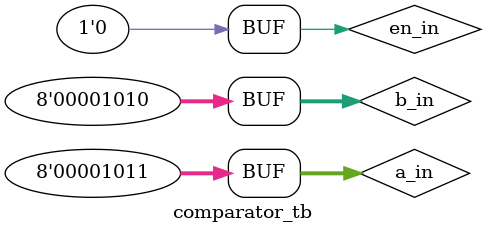
<source format=sv>
module comparator_tb;
reg [7:0]a_in,b_in;
wire [7:0]y_out;
wire carry,zero;
reg en_in;
comparator dut(y_out, carry,zero,a_in,b_in, en_in);
initial 
begin
#2 a_in= 10; b_in= 13; en_in = 1'b0;
#2 a_in= 13; b_in =10; en_in = 1'b0;
#2 a_in= 10; b_in =10; en_in = 1'b0;
#2 a_in= 11; b_in =10; en_in = 1'b0;

end
initial
$monitor(" y_out = %b,a_in = %b,b_in =%b, carry = %b,zero = %b", y_out, a_in,b_in,carry,zero); 
endmodule
</source>
